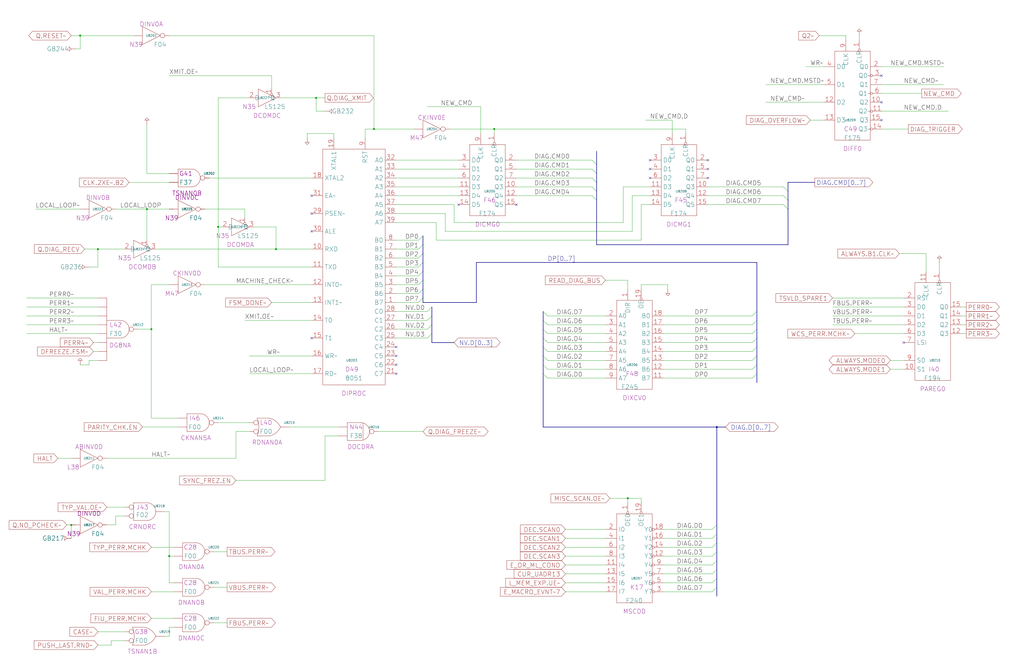
<source format=kicad_sch>
(kicad_sch (version 20230121) (generator eeschema)
  (paper "User" 584.2 378.46)
  (title_block (title "DIAGNOSTIC PROCESSOR") (date "22-MAY-90") (rev "1.0") (comment 1 "SEQUENCER") (comment 2 "232-003064") (comment 3 "S400") (comment 4 "RELEASED"))
  (junction (at 45.72 20.32))
  (junction (at 281.94 73.66))
  (junction (at 55.88 142.24))
  (junction (at 408.94 243.84))
  (junction (at 83.82 119.38))
  (junction (at 358.14 284.48))
  (junction (at 96.52 317.5))
  (junction (at 124.46 129.54))
  (junction (at 180.34 55.88))
  (junction (at 86.36 187.96))
  (junction (at 157.48 142.24))
  (junction (at 40.64 299.72))
  (junction (at 213.36 73.66))
  (no_connect (at 515.62 195.58))
  (no_connect (at 403.86 91.44))
  (no_connect (at 294.64 116.84))
  (no_connect (at 226.06 213.36))
  (no_connect (at 403.86 96.52))
  (no_connect (at 226.06 208.28))
  (no_connect (at 177.8 111.76))
  (no_connect (at 370.84 91.44))
  (no_connect (at 502.92 43.18))
  (no_connect (at 177.8 193.04))
  (no_connect (at 226.06 198.12))
  (no_connect (at 226.06 203.2))
  (no_connect (at 403.86 101.6))
  (no_connect (at 370.84 96.52))
  (no_connect (at 177.8 132.08))
  (no_connect (at 370.84 101.6))
  (no_connect (at 502.92 68.58))
  (no_connect (at 502.92 58.42))
  (no_connect (at 261.62 116.84))
  (no_connect (at 177.8 121.92))
  (bus_entry (at 408.94 335.28) (size -2.54 2.54))
  (bus_entry (at 246.38 175.26) (size -2.54 2.54))
  (bus_entry (at 241.3 144.78) (size -2.54 2.54))
  (bus_entry (at 408.94 304.8) (size -2.54 2.54))
  (bus_entry (at 408.94 309.88) (size -2.54 2.54))
  (bus_entry (at 431.8 208.28) (size -2.54 2.54))
  (bus_entry (at 337.82 91.44) (size 2.54 2.54))
  (bus_entry (at 408.94 325.12) (size -2.54 2.54))
  (bus_entry (at 431.8 203.2) (size -2.54 2.54))
  (bus_entry (at 241.3 139.7) (size -2.54 2.54))
  (bus_entry (at 241.3 149.86) (size -2.54 2.54))
  (bus_entry (at 309.88 187.96) (size 2.54 2.54))
  (bus_entry (at 246.38 190.5) (size -2.54 2.54))
  (bus_entry (at 246.38 180.34) (size -2.54 2.54))
  (bus_entry (at 447.04 116.84) (size 2.54 2.54))
  (bus_entry (at 309.88 208.28) (size 2.54 2.54))
  (bus_entry (at 337.82 106.68) (size 2.54 2.54))
  (bus_entry (at 408.94 314.96) (size -2.54 2.54))
  (bus_entry (at 241.3 154.94) (size -2.54 2.54))
  (bus_entry (at 431.8 177.8) (size -2.54 2.54))
  (bus_entry (at 309.88 198.12) (size 2.54 2.54))
  (bus_entry (at 408.94 320.04) (size -2.54 2.54))
  (bus_entry (at 431.8 187.96) (size -2.54 2.54))
  (bus_entry (at 309.88 203.2) (size 2.54 2.54))
  (bus_entry (at 241.3 170.18) (size -2.54 2.54))
  (bus_entry (at 337.82 96.52) (size 2.54 2.54))
  (bus_entry (at 337.82 111.76) (size 2.54 2.54))
  (bus_entry (at 246.38 185.42) (size -2.54 2.54))
  (bus_entry (at 309.88 213.36) (size 2.54 2.54))
  (bus_entry (at 241.3 160.02) (size -2.54 2.54))
  (bus_entry (at 408.94 299.72) (size -2.54 2.54))
  (bus_entry (at 241.3 134.62) (size -2.54 2.54))
  (bus_entry (at 431.8 193.04) (size -2.54 2.54))
  (bus_entry (at 431.8 182.88) (size -2.54 2.54))
  (bus_entry (at 309.88 182.88) (size 2.54 2.54))
  (bus_entry (at 241.3 165.1) (size -2.54 2.54))
  (bus_entry (at 337.82 101.6) (size 2.54 2.54))
  (bus_entry (at 408.94 330.2) (size -2.54 2.54))
  (bus_entry (at 309.88 193.04) (size 2.54 2.54))
  (bus_entry (at 447.04 106.68) (size 2.54 2.54))
  (bus_entry (at 431.8 198.12) (size -2.54 2.54))
  (bus_entry (at 309.88 177.8) (size 2.54 2.54))
  (bus_entry (at 431.8 213.36) (size -2.54 2.54))
  (bus_entry (at 447.04 111.76) (size 2.54 2.54))
  (wire (pts (xy 365.76 116.84) (xy 370.84 116.84)))
  (wire (pts (xy 185.42 248.92) (xy 193.04 248.92)))
  (bus (pts (xy 246.38 185.42) (xy 246.38 190.5)))
  (wire (pts (xy 391.16 73.66) (xy 391.16 76.2)))
  (wire (pts (xy 40.64 20.32) (xy 45.72 20.32)))
  (wire (pts (xy 312.42 215.9) (xy 345.44 215.9)))
  (bus (pts (xy 340.36 109.22) (xy 340.36 114.3)))
  (wire (pts (xy 226.06 152.4) (xy 238.76 152.4)))
  (wire (pts (xy 436.88 58.42) (xy 469.9 58.42)))
  (bus (pts (xy 408.94 309.88) (xy 408.94 314.96)))
  (wire (pts (xy 358.14 284.48) (xy 358.14 287.02)))
  (wire (pts (xy 154.94 50.8) (xy 154.94 43.18)))
  (wire (pts (xy 548.64 190.5) (xy 551.18 190.5)))
  (wire (pts (xy 180.34 63.5) (xy 180.34 55.88)))
  (wire (pts (xy 226.06 142.24) (xy 238.76 142.24)))
  (wire (pts (xy 294.64 91.44) (xy 337.82 91.44)))
  (wire (pts (xy 124.46 241.3) (xy 142.24 241.3)))
  (bus (pts (xy 241.3 160.02) (xy 241.3 165.1)))
  (bus (pts (xy 340.36 86.36) (xy 340.36 93.98)))
  (wire (pts (xy 259.08 116.84) (xy 259.08 127)))
  (wire (pts (xy 508 210.82) (xy 515.62 210.82)))
  (wire (pts (xy 345.44 160.02) (xy 358.14 160.02)))
  (wire (pts (xy 226.06 127) (xy 248.92 127)))
  (wire (pts (xy 312.42 180.34) (xy 345.44 180.34)))
  (bus (pts (xy 246.38 180.34) (xy 246.38 185.42)))
  (wire (pts (xy 403.86 116.84) (xy 447.04 116.84)))
  (wire (pts (xy 490.22 20.32) (xy 490.22 22.86)))
  (wire (pts (xy 482.6 20.32) (xy 482.6 22.86)))
  (bus (pts (xy 309.88 182.88) (xy 309.88 187.96)))
  (bus (pts (xy 241.3 144.78) (xy 241.3 149.86)))
  (wire (pts (xy 185.42 274.32) (xy 185.42 248.92)))
  (wire (pts (xy 294.64 106.68) (xy 337.82 106.68)))
  (wire (pts (xy 378.46 215.9) (xy 429.26 215.9)))
  (wire (pts (xy 322.58 322.58) (xy 345.44 322.58)))
  (bus (pts (xy 431.8 213.36) (xy 431.8 218.44)))
  (wire (pts (xy 124.46 129.54) (xy 124.46 152.4)))
  (bus (pts (xy 241.3 134.62) (xy 241.3 139.7)))
  (wire (pts (xy 96.52 20.32) (xy 213.36 20.32)))
  (wire (pts (xy 502.92 38.1) (xy 538.48 38.1)))
  (bus (pts (xy 449.58 114.3) (xy 449.58 119.38)))
  (bus (pts (xy 340.36 93.98) (xy 340.36 99.06)))
  (wire (pts (xy 119.38 101.6) (xy 177.8 101.6)))
  (wire (pts (xy 124.46 55.88) (xy 124.46 129.54)))
  (bus (pts (xy 431.8 149.86) (xy 431.8 177.8)))
  (wire (pts (xy 55.88 368.3) (xy 63.5 368.3)))
  (wire (pts (xy 355.6 106.68) (xy 370.84 106.68)))
  (wire (pts (xy 134.62 274.32) (xy 185.42 274.32)))
  (wire (pts (xy 508 205.74) (xy 515.62 205.74)))
  (wire (pts (xy 60.96 261.62) (xy 134.62 261.62)))
  (wire (pts (xy 134.62 261.62) (xy 134.62 246.38)))
  (wire (pts (xy 96.52 332.74) (xy 99.06 332.74)))
  (wire (pts (xy 175.26 76.2) (xy 190.5 76.2)))
  (wire (pts (xy 83.82 99.06) (xy 96.52 99.06)))
  (wire (pts (xy 312.42 190.5) (xy 345.44 190.5)))
  (bus (pts (xy 340.36 139.7) (xy 449.58 139.7)))
  (wire (pts (xy 312.42 205.74) (xy 345.44 205.74)))
  (wire (pts (xy 86.36 238.76) (xy 86.36 187.96)))
  (wire (pts (xy 381 162.56) (xy 381 165.1)))
  (wire (pts (xy 86.36 312.42) (xy 99.06 312.42)))
  (bus (pts (xy 431.8 177.8) (xy 431.8 182.88)))
  (wire (pts (xy 312.42 195.58) (xy 345.44 195.58)))
  (wire (pts (xy 360.68 132.08) (xy 360.68 111.76)))
  (wire (pts (xy 436.88 48.26) (xy 469.9 48.26)))
  (wire (pts (xy 528.32 154.94) (xy 528.32 144.78)))
  (wire (pts (xy 213.36 20.32) (xy 213.36 73.66)))
  (wire (pts (xy 116.84 119.38) (xy 139.7 119.38)))
  (wire (pts (xy 358.14 160.02) (xy 358.14 165.1)))
  (wire (pts (xy 116.84 162.56) (xy 177.8 162.56)))
  (wire (pts (xy 121.92 335.28) (xy 129.54 335.28)))
  (bus (pts (xy 408.94 243.84) (xy 414.02 243.84)))
  (wire (pts (xy 157.48 142.24) (xy 177.8 142.24)))
  (wire (pts (xy 358.14 284.48) (xy 365.76 284.48)))
  (wire (pts (xy 142.24 55.88) (xy 124.46 55.88)))
  (wire (pts (xy 73.66 104.14) (xy 96.52 104.14)))
  (wire (pts (xy 226.06 137.16) (xy 238.76 137.16)))
  (bus (pts (xy 449.58 104.14) (xy 449.58 109.22)))
  (wire (pts (xy 322.58 302.26) (xy 345.44 302.26)))
  (wire (pts (xy 548.64 180.34) (xy 551.18 180.34)))
  (wire (pts (xy 535.94 149.86) (xy 535.94 154.94)))
  (bus (pts (xy 246.38 195.58) (xy 259.08 195.58)))
  (wire (pts (xy 15.24 170.18) (xy 55.88 170.18)))
  (bus (pts (xy 408.94 335.28) (xy 408.94 340.36)))
  (wire (pts (xy 180.34 55.88) (xy 185.42 55.88)))
  (wire (pts (xy 383.54 68.58) (xy 383.54 76.2)))
  (wire (pts (xy 124.46 129.54) (xy 127 129.54)))
  (wire (pts (xy 43.18 27.94) (xy 45.72 27.94)))
  (wire (pts (xy 322.58 327.66) (xy 345.44 327.66)))
  (wire (pts (xy 459.74 38.1) (xy 469.9 38.1)))
  (wire (pts (xy 226.06 187.96) (xy 243.84 187.96)))
  (wire (pts (xy 256.54 73.66) (xy 281.94 73.66)))
  (wire (pts (xy 378.46 205.74) (xy 429.26 205.74)))
  (wire (pts (xy 365.76 162.56) (xy 381 162.56)))
  (bus (pts (xy 241.3 170.18) (xy 241.3 172.72)))
  (wire (pts (xy 83.82 71.12) (xy 83.82 99.06)))
  (bus (pts (xy 309.88 187.96) (xy 309.88 193.04)))
  (wire (pts (xy 378.46 322.58) (xy 406.4 322.58)))
  (wire (pts (xy 502.92 63.5) (xy 541.02 63.5)))
  (wire (pts (xy 66.04 119.38) (xy 83.82 119.38)))
  (bus (pts (xy 431.8 193.04) (xy 431.8 198.12)))
  (wire (pts (xy 403.86 111.76) (xy 447.04 111.76)))
  (wire (pts (xy 55.88 152.4) (xy 55.88 142.24)))
  (wire (pts (xy 38.1 299.72) (xy 40.64 299.72)))
  (wire (pts (xy 139.7 119.38) (xy 139.7 124.46)))
  (wire (pts (xy 165.1 243.84) (xy 193.04 243.84)))
  (wire (pts (xy 378.46 190.5) (xy 429.26 190.5)))
  (wire (pts (xy 226.06 111.76) (xy 261.62 111.76)))
  (wire (pts (xy 294.64 96.52) (xy 337.82 96.52)))
  (wire (pts (xy 45.72 20.32) (xy 76.2 20.32)))
  (wire (pts (xy 274.32 60.96) (xy 274.32 76.2)))
  (bus (pts (xy 241.3 172.72) (xy 271.78 172.72)))
  (wire (pts (xy 154.94 172.72) (xy 177.8 172.72)))
  (bus (pts (xy 408.94 330.2) (xy 408.94 335.28)))
  (wire (pts (xy 322.58 332.74) (xy 345.44 332.74)))
  (wire (pts (xy 365.76 165.1) (xy 365.76 162.56)))
  (wire (pts (xy 96.52 292.1) (xy 96.52 317.5)))
  (wire (pts (xy 63.5 365.76) (xy 63.5 368.3)))
  (wire (pts (xy 548.64 175.26) (xy 551.18 175.26)))
  (wire (pts (xy 226.06 177.8) (xy 243.84 177.8)))
  (wire (pts (xy 88.9 142.24) (xy 157.48 142.24)))
  (wire (pts (xy 254 132.08) (xy 360.68 132.08)))
  (bus (pts (xy 449.58 119.38) (xy 449.58 139.7)))
  (wire (pts (xy 96.52 317.5) (xy 99.06 317.5)))
  (wire (pts (xy 378.46 210.82) (xy 429.26 210.82)))
  (wire (pts (xy 226.06 121.92) (xy 254 121.92)))
  (wire (pts (xy 55.88 205.74) (xy 50.8 205.74)))
  (wire (pts (xy 71.12 294.64) (xy 66.04 294.64)))
  (wire (pts (xy 55.88 142.24) (xy 71.12 142.24)))
  (bus (pts (xy 408.94 299.72) (xy 408.94 304.8)))
  (wire (pts (xy 45.72 27.94) (xy 45.72 20.32)))
  (wire (pts (xy 213.36 73.66) (xy 236.22 73.66)))
  (wire (pts (xy 160.02 55.88) (xy 180.34 55.88)))
  (wire (pts (xy 467.36 20.32) (xy 482.6 20.32)))
  (wire (pts (xy 48.26 142.24) (xy 55.88 142.24)))
  (bus (pts (xy 340.36 99.06) (xy 340.36 104.14)))
  (bus (pts (xy 309.88 203.2) (xy 309.88 208.28)))
  (wire (pts (xy 294.64 101.6) (xy 337.82 101.6)))
  (wire (pts (xy 15.24 190.5) (xy 55.88 190.5)))
  (wire (pts (xy 243.84 60.96) (xy 274.32 60.96)))
  (wire (pts (xy 248.92 137.16) (xy 365.76 137.16)))
  (bus (pts (xy 431.8 198.12) (xy 431.8 203.2)))
  (wire (pts (xy 101.6 238.76) (xy 86.36 238.76)))
  (wire (pts (xy 355.6 127) (xy 355.6 106.68)))
  (wire (pts (xy 81.28 243.84) (xy 101.6 243.84)))
  (bus (pts (xy 246.38 175.26) (xy 246.38 180.34)))
  (wire (pts (xy 40.64 299.72) (xy 40.64 307.34)))
  (wire (pts (xy 45.72 208.28) (xy 50.8 208.28)))
  (wire (pts (xy 96.52 317.5) (xy 96.52 332.74)))
  (wire (pts (xy 378.46 327.66) (xy 406.4 327.66)))
  (bus (pts (xy 431.8 187.96) (xy 431.8 193.04)))
  (wire (pts (xy 96.52 358.14) (xy 96.52 363.22)))
  (wire (pts (xy 226.06 96.52) (xy 261.62 96.52)))
  (wire (pts (xy 226.06 147.32) (xy 238.76 147.32)))
  (bus (pts (xy 431.8 203.2) (xy 431.8 208.28)))
  (wire (pts (xy 365.76 137.16) (xy 365.76 116.84)))
  (wire (pts (xy 462.28 68.58) (xy 469.9 68.58)))
  (wire (pts (xy 226.06 106.68) (xy 261.62 106.68)))
  (wire (pts (xy 378.46 317.5) (xy 406.4 317.5)))
  (bus (pts (xy 309.88 243.84) (xy 408.94 243.84)))
  (wire (pts (xy 378.46 185.42) (xy 429.26 185.42)))
  (wire (pts (xy 142.24 203.2) (xy 177.8 203.2)))
  (wire (pts (xy 144.78 129.54) (xy 157.48 129.54)))
  (wire (pts (xy 548.64 185.42) (xy 551.18 185.42)))
  (wire (pts (xy 175.26 78.74) (xy 175.26 76.2)))
  (wire (pts (xy 474.98 180.34) (xy 515.62 180.34)))
  (wire (pts (xy 190.5 76.2) (xy 190.5 78.74)))
  (wire (pts (xy 378.46 302.26) (xy 406.4 302.26)))
  (wire (pts (xy 20.32 119.38) (xy 45.72 119.38)))
  (wire (pts (xy 378.46 332.74) (xy 406.4 332.74)))
  (wire (pts (xy 139.7 182.88) (xy 177.8 182.88)))
  (wire (pts (xy 474.98 175.26) (xy 515.62 175.26)))
  (wire (pts (xy 53.34 200.66) (xy 55.88 200.66)))
  (bus (pts (xy 408.94 304.8) (xy 408.94 309.88)))
  (wire (pts (xy 121.92 314.96) (xy 129.54 314.96)))
  (wire (pts (xy 259.08 127) (xy 355.6 127)))
  (wire (pts (xy 294.64 111.76) (xy 337.82 111.76)))
  (wire (pts (xy 226.06 167.64) (xy 238.76 167.64)))
  (wire (pts (xy 474.98 170.18) (xy 515.62 170.18)))
  (bus (pts (xy 340.36 104.14) (xy 340.36 109.22)))
  (bus (pts (xy 309.88 177.8) (xy 309.88 182.88)))
  (bus (pts (xy 241.3 165.1) (xy 241.3 170.18)))
  (wire (pts (xy 15.24 175.26) (xy 55.88 175.26)))
  (wire (pts (xy 15.24 180.34) (xy 55.88 180.34)))
  (bus (pts (xy 309.88 198.12) (xy 309.88 203.2)))
  (wire (pts (xy 347.98 284.48) (xy 358.14 284.48)))
  (wire (pts (xy 487.68 190.5) (xy 515.62 190.5)))
  (wire (pts (xy 71.12 365.76) (xy 63.5 365.76)))
  (wire (pts (xy 248.92 127) (xy 248.92 137.16)))
  (wire (pts (xy 378.46 307.34) (xy 406.4 307.34)))
  (wire (pts (xy 121.92 355.6) (xy 129.54 355.6)))
  (wire (pts (xy 208.28 78.74) (xy 208.28 73.66)))
  (wire (pts (xy 157.48 129.54) (xy 157.48 142.24)))
  (bus (pts (xy 241.3 149.86) (xy 241.3 154.94)))
  (bus (pts (xy 309.88 213.36) (xy 309.88 243.84)))
  (wire (pts (xy 83.82 119.38) (xy 96.52 119.38)))
  (wire (pts (xy 93.98 292.1) (xy 96.52 292.1)))
  (wire (pts (xy 474.98 185.42) (xy 515.62 185.42)))
  (bus (pts (xy 246.38 190.5) (xy 246.38 195.58)))
  (bus (pts (xy 408.94 320.04) (xy 408.94 325.12)))
  (wire (pts (xy 86.36 187.96) (xy 86.36 162.56)))
  (bus (pts (xy 431.8 208.28) (xy 431.8 213.36)))
  (bus (pts (xy 271.78 149.86) (xy 431.8 149.86)))
  (wire (pts (xy 99.06 358.14) (xy 96.52 358.14)))
  (bus (pts (xy 340.36 114.3) (xy 340.36 139.7)))
  (wire (pts (xy 502.92 48.26) (xy 538.48 48.26)))
  (wire (pts (xy 78.74 187.96) (xy 86.36 187.96)))
  (wire (pts (xy 50.8 152.4) (xy 55.88 152.4)))
  (wire (pts (xy 502.92 73.66) (xy 518.16 73.66)))
  (wire (pts (xy 368.3 68.58) (xy 383.54 68.58)))
  (bus (pts (xy 271.78 172.72) (xy 271.78 149.86)))
  (bus (pts (xy 309.88 193.04) (xy 309.88 198.12)))
  (wire (pts (xy 215.9 246.38) (xy 241.3 246.38)))
  (bus (pts (xy 241.3 139.7) (xy 241.3 144.78)))
  (wire (pts (xy 312.42 185.42) (xy 345.44 185.42)))
  (wire (pts (xy 60.96 289.56) (xy 71.12 289.56)))
  (wire (pts (xy 83.82 119.38) (xy 83.82 137.16)))
  (wire (pts (xy 96.52 43.18) (xy 154.94 43.18)))
  (wire (pts (xy 226.06 101.6) (xy 261.62 101.6)))
  (wire (pts (xy 208.28 73.66) (xy 213.36 73.66)))
  (wire (pts (xy 360.68 111.76) (xy 370.84 111.76)))
  (wire (pts (xy 66.04 294.64) (xy 66.04 299.72)))
  (wire (pts (xy 226.06 157.48) (xy 238.76 157.48)))
  (wire (pts (xy 403.86 106.68) (xy 447.04 106.68)))
  (wire (pts (xy 226.06 116.84) (xy 259.08 116.84)))
  (bus (pts (xy 431.8 182.88) (xy 431.8 187.96)))
  (wire (pts (xy 322.58 312.42) (xy 345.44 312.42)))
  (wire (pts (xy 378.46 180.34) (xy 429.26 180.34)))
  (bus (pts (xy 408.94 243.84) (xy 408.94 299.72)))
  (wire (pts (xy 142.24 213.36) (xy 177.8 213.36)))
  (wire (pts (xy 96.52 363.22) (xy 93.98 363.22)))
  (wire (pts (xy 378.46 195.58) (xy 429.26 195.58)))
  (wire (pts (xy 513.08 144.78) (xy 528.32 144.78)))
  (wire (pts (xy 86.36 337.82) (xy 99.06 337.82)))
  (wire (pts (xy 185.42 63.5) (xy 180.34 63.5)))
  (wire (pts (xy 60.96 299.72) (xy 66.04 299.72)))
  (bus (pts (xy 309.88 208.28) (xy 309.88 213.36)))
  (wire (pts (xy 254 121.92) (xy 254 132.08)))
  (wire (pts (xy 378.46 312.42) (xy 406.4 312.42)))
  (wire (pts (xy 226.06 162.56) (xy 238.76 162.56)))
  (wire (pts (xy 124.46 152.4) (xy 177.8 152.4)))
  (bus (pts (xy 449.58 104.14) (xy 464.82 104.14)))
  (wire (pts (xy 86.36 353.06) (xy 99.06 353.06)))
  (wire (pts (xy 33.02 261.62) (xy 40.64 261.62)))
  (wire (pts (xy 322.58 317.5) (xy 345.44 317.5)))
  (wire (pts (xy 365.76 284.48) (xy 365.76 287.02)))
  (wire (pts (xy 226.06 193.04) (xy 243.84 193.04)))
  (wire (pts (xy 226.06 182.88) (xy 243.84 182.88)))
  (bus (pts (xy 449.58 109.22) (xy 449.58 114.3)))
  (wire (pts (xy 134.62 246.38) (xy 142.24 246.38)))
  (wire (pts (xy 378.46 200.66) (xy 429.26 200.66)))
  (wire (pts (xy 55.88 360.68) (xy 71.12 360.68)))
  (wire (pts (xy 502.92 53.34) (xy 525.78 53.34)))
  (bus (pts (xy 408.94 314.96) (xy 408.94 320.04)))
  (wire (pts (xy 226.06 91.44) (xy 261.62 91.44)))
  (wire (pts (xy 86.36 162.56) (xy 96.52 162.56)))
  (wire (pts (xy 312.42 210.82) (xy 345.44 210.82)))
  (wire (pts (xy 53.34 195.58) (xy 55.88 195.58)))
  (wire (pts (xy 226.06 172.72) (xy 238.76 172.72)))
  (wire (pts (xy 322.58 337.82) (xy 345.44 337.82)))
  (wire (pts (xy 378.46 337.82) (xy 406.4 337.82)))
  (wire (pts (xy 281.94 73.66) (xy 391.16 73.66)))
  (bus (pts (xy 241.3 154.94) (xy 241.3 160.02)))
  (wire (pts (xy 312.42 200.66) (xy 345.44 200.66)))
  (wire (pts (xy 15.24 185.42) (xy 55.88 185.42)))
  (wire (pts (xy 50.8 205.74) (xy 50.8 208.28)))
  (bus (pts (xy 408.94 325.12) (xy 408.94 330.2)))
  (wire (pts (xy 322.58 307.34) (xy 345.44 307.34)))
  (wire (pts (xy 281.94 73.66) (xy 281.94 76.2)))
  (label "DP3" (at 231.14 152.4 0) (effects (font (size 2.54 2.54))))
  (label "VBUS.PERR~" (at 474.98 180.34 0) (effects (font (size 2.54 2.54))))
  (label "DIAG.D0" (at 317.5 215.9 0) (effects (font (size 2.54 2.54))))
  (label "DIAG.CMD5" (at 414.02 106.68 0) (effects (font (size 2.54 2.54))))
  (label "MACHINE_CHECK~" (at 134.62 162.56 0) (effects (font (size 2.54 2.54))))
  (label "NEW_CMD~" (at 515.62 48.26 0) (effects (font (size 2.54 2.54))))
  (label "LOCAL_LOOP~" (at 20.32 119.38 0) (effects (font (size 2.54 2.54))))
  (label "NEW_CMD.D" (at 370.84 68.58 0) (effects (font (size 2.54 2.54))))
  (label "NEW_CMD" (at 251.46 60.96 0) (effects (font (size 2.54 2.54))))
  (label "DIAG.D4" (at 386.08 322.58 0) (effects (font (size 2.54 2.54))))
  (label "DP4" (at 396.24 195.58 0) (effects (font (size 2.54 2.54))))
  (label "DIAG.D3" (at 317.5 200.66 0) (effects (font (size 2.54 2.54))))
  (label "PERR3~" (at 27.94 185.42 0) (effects (font (size 2.54 2.54))))
  (label "DIAG.D7" (at 386.08 337.82 0) (effects (font (size 2.54 2.54))))
  (label "TBUS.PERR~" (at 474.98 185.42 0) (effects (font (size 2.54 2.54))))
  (label "DP4" (at 231.14 157.48 0) (effects (font (size 2.54 2.54))))
  (label "NEW_CMD.MSTD~" (at 439.42 48.26 0) (effects (font (size 2.54 2.54))))
  (label "WR~" (at 462.28 38.1 0) (effects (font (size 2.54 2.54))))
  (label "NV.D3" (at 231.14 193.04 0) (effects (font (size 2.54 2.54))))
  (label "DIAG.D6" (at 317.5 185.42 0) (effects (font (size 2.54 2.54))))
  (label "PERR1~" (at 27.94 175.26 0) (effects (font (size 2.54 2.54))))
  (label "HALT~" (at 27.94 190.5 0) (effects (font (size 2.54 2.54))))
  (label "DP1" (at 396.24 210.82 0) (effects (font (size 2.54 2.54))))
  (label "DP5" (at 231.14 162.56 0) (effects (font (size 2.54 2.54))))
  (label "DIAG.D1" (at 386.08 307.34 0) (effects (font (size 2.54 2.54))))
  (label "NV.D0" (at 231.14 177.8 0) (effects (font (size 2.54 2.54))))
  (label "DP2" (at 231.14 147.32 0) (effects (font (size 2.54 2.54))))
  (label "LOCAL_LOOP~" (at 142.24 213.36 0) (effects (font (size 2.54 2.54))))
  (label "DP7" (at 231.14 172.72 0) (effects (font (size 2.54 2.54))))
  (label "DIAG.CMD1" (at 304.8 96.52 0) (effects (font (size 2.54 2.54))))
  (label "DIAG.D2" (at 317.5 205.74 0) (effects (font (size 2.54 2.54))))
  (label "DP7" (at 396.24 180.34 0) (effects (font (size 2.54 2.54))))
  (label "WR~" (at 152.4 203.2 0) (effects (font (size 2.54 2.54))))
  (label "DIAG.CMD4" (at 304.8 111.76 0) (effects (font (size 2.54 2.54))))
  (label "DP6" (at 231.14 167.64 0) (effects (font (size 2.54 2.54))))
  (label "LOCAL_LOOP" (at 68.58 119.38 0) (effects (font (size 2.54 2.54))))
  (label "DP2" (at 396.24 205.74 0) (effects (font (size 2.54 2.54))))
  (label "DIAG.D0" (at 386.08 302.26 0) (effects (font (size 2.54 2.54))))
  (label "DP1" (at 231.14 142.24 0) (effects (font (size 2.54 2.54))))
  (label "DIAG.D2" (at 386.08 312.42 0) (effects (font (size 2.54 2.54))))
  (label "DIAG.CMD6" (at 414.02 111.76 0) (effects (font (size 2.54 2.54))))
  (label "NEW_CMD.D" (at 515.62 63.5 0) (effects (font (size 2.54 2.54))))
  (label "PERR2~" (at 27.94 180.34 0) (effects (font (size 2.54 2.54))))
  (label "DIAG.D5" (at 317.5 190.5 0) (effects (font (size 2.54 2.54))))
  (label "DIAG.D3" (at 386.08 317.5 0) (effects (font (size 2.54 2.54))))
  (label "DIAG.D1" (at 317.5 210.82 0) (effects (font (size 2.54 2.54))))
  (label "NV.D2" (at 231.14 187.96 0) (effects (font (size 2.54 2.54))))
  (label "NV.D1" (at 231.14 182.88 0) (effects (font (size 2.54 2.54))))
  (label "DIAG.D7" (at 317.5 180.34 0) (effects (font (size 2.54 2.54))))
  (label "XMIT.OE~" (at 139.7 182.88 0) (effects (font (size 2.54 2.54))))
  (label "DP[0..7]" (at 312.42 149.86 0) (effects (font (size 2.54 2.54))))
  (label "DP5" (at 396.24 190.5 0) (effects (font (size 2.54 2.54))))
  (label "DIAG.CMD0" (at 304.8 91.44 0) (effects (font (size 2.54 2.54))))
  (label "DIAG.CMD7" (at 414.02 116.84 0) (effects (font (size 2.54 2.54))))
  (label "DIAG.D4" (at 317.5 195.58 0) (effects (font (size 2.54 2.54))))
  (label "NEW_CMD~" (at 439.42 58.42 0) (effects (font (size 2.54 2.54))))
  (label "PERR0~" (at 27.94 170.18 0) (effects (font (size 2.54 2.54))))
  (label "NEW_CMD.MSTD~" (at 508 38.1 0) (effects (font (size 2.54 2.54))))
  (label "DP0" (at 396.24 215.9 0) (effects (font (size 2.54 2.54))))
  (label "DIAG.CMD3" (at 304.8 106.68 0) (effects (font (size 2.54 2.54))))
  (label "DIAG.D6" (at 386.08 332.74 0) (effects (font (size 2.54 2.54))))
  (label "DP0" (at 231.14 137.16 0) (effects (font (size 2.54 2.54))))
  (label "DP6" (at 396.24 185.42 0) (effects (font (size 2.54 2.54))))
  (label "DP3" (at 396.24 200.66 0) (effects (font (size 2.54 2.54))))
  (label "DIAG.D5" (at 386.08 327.66 0) (effects (font (size 2.54 2.54))))
  (label "XMIT.OE~" (at 96.52 43.18 0) (effects (font (size 2.54 2.54))))
  (label "HALT~" (at 86.36 261.62 0) (effects (font (size 2.54 2.54))))
  (label "FBUS.PERR~" (at 474.98 175.26 0) (effects (font (size 2.54 2.54))))
  (label "DIAG.CMD2" (at 304.8 101.6 0) (effects (font (size 2.54 2.54))))
  (global_label "FIU_PERR.MCHK" (shape input) (at 86.36 353.06 180) (effects (font (size 2.54 2.54))) (property "Intersheetrefs" "${INTERSHEET_REFS}" (at 51.7797 352.9013 0) (effects (font (size 1.905 1.905)) (justify right))))
  (global_label "PERR0~" (shape output) (at 551.18 175.26 0) (effects (font (size 2.54 2.54))) (property "Intersheetrefs" "${INTERSHEET_REFS}" (at 570.1574 175.1013 0) (effects (font (size 1.905 1.905)) (justify left))))
  (global_label "DEC.SCAN2" (shape input) (at 322.58 312.42 180) (effects (font (size 2.54 2.54))) (property "Intersheetrefs" "${INTERSHEET_REFS}" (at 296.9502 312.2613 0) (effects (font (size 1.905 1.905)) (justify right))))
  (global_label "DEC.SCAN1" (shape input) (at 322.58 307.34 180) (effects (font (size 2.54 2.54))) (property "Intersheetrefs" "${INTERSHEET_REFS}" (at 296.9502 307.1813 0) (effects (font (size 1.905 1.905)) (justify right))))
  (global_label "ALWAYS.MODE0" (shape bidirectional) (at 508 205.74 180) (effects (font (size 2.54 2.54))) (property "Intersheetrefs" "${INTERSHEET_REFS}" (at 475.234 205.5813 0) (effects (font (size 1.905 1.905)) (justify right))))
  (global_label "DEC.SCAN3" (shape input) (at 322.58 317.5 180) (effects (font (size 2.54 2.54))) (property "Intersheetrefs" "${INTERSHEET_REFS}" (at 296.9502 317.3413 0) (effects (font (size 1.905 1.905)) (justify right))))
  (global_label "Q.DIAG_XMIT" (shape output) (at 185.42 55.88 0) (effects (font (size 2.54 2.54))) (property "Intersheetrefs" "${INTERSHEET_REFS}" (at 213.366 55.7213 0) (effects (font (size 1.905 1.905)) (justify left))))
  (global_label "Q.DIAG_FREEZE~" (shape bidirectional) (at 241.3 246.38 0) (effects (font (size 2.54 2.54))) (property "Intersheetrefs" "${INTERSHEET_REFS}" (at 276.2431 246.2213 0) (effects (font (size 1.905 1.905)) (justify left))))
  (global_label "PARITY_CHK.EN" (shape input) (at 81.28 243.84 180) (effects (font (size 2.54 2.54))) (property "Intersheetrefs" "${INTERSHEET_REFS}" (at 48.0302 243.6813 0) (effects (font (size 1.905 1.905)) (justify right))))
  (global_label "TSVLD_SPARE1" (shape input) (at 474.98 170.18 180) (effects (font (size 2.54 2.54))) (property "Intersheetrefs" "${INTERSHEET_REFS}" (at 442.6978 170.0213 0) (effects (font (size 1.905 1.905)) (justify right))))
  (global_label "Q2~" (shape input) (at 467.36 20.32 180) (effects (font (size 2.54 2.54))) (property "Intersheetrefs" "${INTERSHEET_REFS}" (at 455.6397 20.1613 0) (effects (font (size 1.905 1.905)) (justify right))))
  (global_label "CASE~" (shape input) (at 55.88 360.68 180) (effects (font (size 2.54 2.54))) (property "Intersheetrefs" "${INTERSHEET_REFS}" (at 39.8054 360.5213 0) (effects (font (size 1.905 1.905)) (justify right))))
  (global_label "SYNC_FREZ.EN" (shape input) (at 134.62 274.32 180) (effects (font (size 2.54 2.54))) (property "Intersheetrefs" "${INTERSHEET_REFS}" (at 102.4588 274.1613 0) (effects (font (size 1.905 1.905)) (justify right))))
  (global_label "READ_DIAG_BUS" (shape input) (at 345.44 160.02 180) (effects (font (size 2.54 2.54))) (property "Intersheetrefs" "${INTERSHEET_REFS}" (at 311.1016 159.8613 0) (effects (font (size 1.905 1.905)) (justify right))))
  (global_label "PERR3~" (shape output) (at 551.18 190.5 0) (effects (font (size 2.54 2.54))) (property "Intersheetrefs" "${INTERSHEET_REFS}" (at 570.1574 190.3413 0) (effects (font (size 1.905 1.905)) (justify left))))
  (global_label "DIAG_TRIGGER" (shape output) (at 518.16 73.66 0) (effects (font (size 2.54 2.54))) (property "Intersheetrefs" "${INTERSHEET_REFS}" (at 548.9908 73.5013 0) (effects (font (size 1.905 1.905)) (justify left))))
  (global_label "Q.DIAG_RECV" (shape input) (at 48.26 142.24 180) (effects (font (size 2.54 2.54))) (property "Intersheetrefs" "${INTERSHEET_REFS}" (at 19.2254 142.0813 0) (effects (font (size 1.905 1.905)) (justify right))))
  (global_label "DIAG.CMD[0..7]" (shape output) (at 464.82 104.14 0) (effects (font (size 2.54 2.54))) (property "Intersheetrefs" "${INTERSHEET_REFS}" (at 497.9489 103.9813 0) (effects (font (size 1.905 1.905)) (justify left))))
  (global_label "VAL_PERR.MCHK" (shape input) (at 86.36 337.82 180) (effects (font (size 2.54 2.54))) (property "Intersheetrefs" "${INTERSHEET_REFS}" (at 51.4169 337.6613 0) (effects (font (size 1.905 1.905)) (justify right))))
  (global_label "PERR1~" (shape output) (at 551.18 180.34 0) (effects (font (size 2.54 2.54))) (property "Intersheetrefs" "${INTERSHEET_REFS}" (at 570.1574 180.1813 0) (effects (font (size 1.905 1.905)) (justify left))))
  (global_label "HALT" (shape input) (at 33.02 261.62 180) (effects (font (size 2.54 2.54))) (property "Intersheetrefs" "${INTERSHEET_REFS}" (at 19.3645 261.4613 0) (effects (font (size 1.905 1.905)) (justify right))))
  (global_label "NEW_CMD" (shape output) (at 525.78 53.34 0) (effects (font (size 2.54 2.54))) (property "Intersheetrefs" "${INTERSHEET_REFS}" (at 548.386 53.1813 0) (effects (font (size 1.905 1.905)) (justify left))))
  (global_label "PERR2~" (shape output) (at 551.18 185.42 0) (effects (font (size 2.54 2.54))) (property "Intersheetrefs" "${INTERSHEET_REFS}" (at 570.1574 185.2613 0) (effects (font (size 1.905 1.905)) (justify left))))
  (global_label "Q.NO_PCHECK~" (shape input) (at 38.1 299.72 180) (effects (font (size 2.54 2.54))) (property "Intersheetrefs" "${INTERSHEET_REFS}" (at 5.213 299.5613 0) (effects (font (size 1.905 1.905)) (justify right))))
  (global_label "FSM_DONE~" (shape input) (at 154.94 172.72 180) (effects (font (size 2.54 2.54))) (property "Intersheetrefs" "${INTERSHEET_REFS}" (at 128.7054 172.5613 0) (effects (font (size 1.905 1.905)) (justify right))))
  (global_label "DEC.SCAN0" (shape input) (at 322.58 302.26 180) (effects (font (size 2.54 2.54))) (property "Intersheetrefs" "${INTERSHEET_REFS}" (at 296.9502 302.1013 0) (effects (font (size 1.905 1.905)) (justify right))))
  (global_label "DFREEZE.FSM~" (shape input) (at 53.34 200.66 180) (effects (font (size 2.54 2.54))) (property "Intersheetrefs" "${INTERSHEET_REFS}" (at 21.4207 200.5013 0) (effects (font (size 1.905 1.905)) (justify right))))
  (global_label "FBUS.PERR~" (shape output) (at 129.54 355.6 0) (effects (font (size 2.54 2.54))) (property "Intersheetrefs" "${INTERSHEET_REFS}" (at 157.105 355.4413 0) (effects (font (size 1.905 1.905)) (justify left))))
  (global_label "ALWAYS.MODE1" (shape bidirectional) (at 508 210.82 180) (effects (font (size 2.54 2.54))) (property "Intersheetrefs" "${INTERSHEET_REFS}" (at 475.234 210.6613 0) (effects (font (size 1.905 1.905)) (justify right))))
  (global_label "L_MEM_EXP.UE~" (shape input) (at 322.58 332.74 180) (effects (font (size 2.54 2.54))) (property "Intersheetrefs" "${INTERSHEET_REFS}" (at 288.4835 332.5813 0) (effects (font (size 1.905 1.905)) (justify right))))
  (global_label "VBUS.PERR~" (shape output) (at 129.54 335.28 0) (effects (font (size 2.54 2.54))) (property "Intersheetrefs" "${INTERSHEET_REFS}" (at 157.105 335.1213 0) (effects (font (size 1.905 1.905)) (justify left))))
  (global_label "PUSH_LAST.RND~" (shape input) (at 55.88 368.3 180) (effects (font (size 2.54 2.54))) (property "Intersheetrefs" "${INTERSHEET_REFS}" (at 19.4854 368.1413 0) (effects (font (size 1.905 1.905)) (justify right))))
  (global_label "MISC_SCAN.OE~" (shape input) (at 347.98 284.48 180) (effects (font (size 2.54 2.54))) (property "Intersheetrefs" "${INTERSHEET_REFS}" (at 314.3673 284.3213 0) (effects (font (size 1.905 1.905)) (justify right))))
  (global_label "NV.D[0..3]" (shape bidirectional) (at 259.08 195.58 0) (effects (font (size 2.54 2.54))) (property "Intersheetrefs" "${INTERSHEET_REFS}" (at 283.1374 195.4213 0) (effects (font (size 1.905 1.905)) (justify left))))
  (global_label "Q.RESET~" (shape bidirectional) (at 40.64 20.32 180) (effects (font (size 2.54 2.54))) (property "Intersheetrefs" "${INTERSHEET_REFS}" (at 18.6388 20.1613 0) (effects (font (size 1.905 1.905)) (justify right))))
  (global_label "E_OR_ML_COND" (shape input) (at 322.58 322.58 180) (effects (font (size 2.54 2.54))) (property "Intersheetrefs" "${INTERSHEET_REFS}" (at 289.0883 322.4213 0) (effects (font (size 1.905 1.905)) (justify right))))
  (global_label "DIAG_OVERFLOW~" (shape input) (at 462.28 68.58 180) (effects (font (size 2.54 2.54))) (property "Intersheetrefs" "${INTERSHEET_REFS}" (at 425.7645 68.4213 0) (effects (font (size 1.905 1.905)) (justify right))))
  (global_label "CUR_UADR13" (shape input) (at 322.58 327.66 180) (effects (font (size 2.54 2.54))) (property "Intersheetrefs" "${INTERSHEET_REFS}" (at 293.3216 327.5013 0) (effects (font (size 1.905 1.905)) (justify right))))
  (global_label "CLK.2XE~.B2" (shape input) (at 73.66 104.14 180) (effects (font (size 2.54 2.54))) (property "Intersheetrefs" "${INTERSHEET_REFS}" (at 45.3692 103.9813 0) (effects (font (size 1.905 1.905)) (justify right))))
  (global_label "TYP_VAL.OE~" (shape input) (at 60.96 289.56 180) (effects (font (size 2.54 2.54))) (property "Intersheetrefs" "${INTERSHEET_REFS}" (at 33.153 289.4013 0) (effects (font (size 1.905 1.905)) (justify right))))
  (global_label "PERR4~" (shape input) (at 53.34 195.58 180) (effects (font (size 2.54 2.54))) (property "Intersheetrefs" "${INTERSHEET_REFS}" (at 34.3626 195.4213 0) (effects (font (size 1.905 1.905)) (justify right))))
  (global_label "E_MACRO_EVNT~7" (shape input) (at 322.58 337.82 180) (effects (font (size 2.54 2.54))) (property "Intersheetrefs" "${INTERSHEET_REFS}" (at 285.4597 337.6613 0) (effects (font (size 1.905 1.905)) (justify right))))
  (global_label "ALWAYS.B1.CLK~" (shape input) (at 513.08 144.78 180) (effects (font (size 2.54 2.54))) (property "Intersheetrefs" "${INTERSHEET_REFS}" (at 478.0159 144.6213 0) (effects (font (size 1.905 1.905)) (justify right))))
  (global_label "TBUS.PERR~" (shape output) (at 129.54 314.96 0) (effects (font (size 2.54 2.54))) (property "Intersheetrefs" "${INTERSHEET_REFS}" (at 156.8631 314.8013 0) (effects (font (size 1.905 1.905)) (justify left))))
  (global_label "WCS_PERR.MCHK~" (shape input) (at 487.68 190.5 180) (effects (font (size 2.54 2.54))) (property "Intersheetrefs" "${INTERSHEET_REFS}" (at 449.4711 190.3413 0) (effects (font (size 1.905 1.905)) (justify right))))
  (global_label "DIAG.D[0..7]" (shape bidirectional) (at 414.02 243.84 0) (effects (font (size 2.54 2.54))) (property "Intersheetrefs" "${INTERSHEET_REFS}" (at 441.706 243.6813 0) (effects (font (size 1.905 1.905)) (justify left))))
  (global_label "TYP_PERR.MCHK" (shape input) (at 86.36 312.42 180) (effects (font (size 2.54 2.54))) (property "Intersheetrefs" "${INTERSHEET_REFS}" (at 51.175 312.2613 0) (effects (font (size 1.905 1.905)) (justify right))))
  (symbol (lib_id "r1000:LS125") (at 78.74 142.24 0) (unit 1)
    (property "Reference" "U8224" (at 79.375 142.24 0))
    (property "Value" "LS125" (at 85.725 147.32 0) (effects (font (size 2.54 2.54))))
    (property "Location" "N35" (at 71.12 147.32 0) (effects (font (size 2.54 2.54))))
    (property "Name" "DCOMDB" (at 81.28 152.4 0) (effects (font (size 2.54 2.54))))
  )
  (symbol (lib_id "r1000:F30") (at 63.5 187.96 0) (unit 1)
    (property "Reference" "U8212" (at 78.74 185.42 0))
    (property "Value" "F30" (at 66.04 190.5 0) (effects (font (size 2.54 2.54))))
    (property "Location" "L42" (at 66.04 185.42 0) (effects (font (size 2.54 2.54))))
    (property "Name" "DG8NA" (at 68.58 198.58 0) (effects (font (size 2.54 2.54)) (justify bottom)))
  )
  (symbol (lib_id "r1000:F245") (at 358.14 213.36 0) (unit 1)
    (property "Reference" "U8206" (at 360.68 208.28 0))
    (property "Value" "F245" (at 354.33 220.98 0) (effects (font (size 2.54 2.54)) (justify left)))
    (property "Location" "F48" (at 356.87 213.36 0) (effects (font (size 2.54 2.54)) (justify left)))
    (property "Name" "DIXCV0" (at 361.95 228.6 0) (effects (font (size 2.54 2.54)) (justify bottom)))
  )
  (symbol (lib_id "r1000:F04") (at 50.8 261.62 0) (unit 1)
    (property "Reference" "U8211" (at 50.8 261.62 0))
    (property "Value" "F04" (at 52.07 266.7 0) (effects (font (size 2.54 2.54)) (justify left)))
    (property "Location" "L38" (at 38.1 266.7 0) (effects (font (size 2.54 2.54)) (justify left)))
    (property "Name" "ABINV0D" (at 50.8 256.54 0) (effects (font (size 2.54 2.54)) (justify bottom)))
  )
  (symbol (lib_id "r1000:PU") (at 83.82 71.12 0) (unit 1)
    (property "Reference" "#PWR0101" (effects hide))
    (property "Value" "PU" (effects hide))
  )
  (symbol (lib_id "r1000:F194") (at 530.86 210.82 0) (unit 1)
    (property "Reference" "U8210" (at 533.4 205.74 0))
    (property "Value" "F194" (at 527.05 215.9 0) (effects (font (size 2.54 2.54)) (justify left)))
    (property "Location" "I40" (at 529.59 210.82 0) (effects (font (size 2.54 2.54)) (justify left)))
    (property "Name" "PAREG0" (at 532.13 223.52 0) (effects (font (size 2.54 2.54)) (justify bottom)))
  )
  (symbol (lib_id "r1000:PU") (at 45.72 208.28 0) (unit 1)
    (property "Reference" "#PWR0119" (effects hide))
    (property "Value" "PU" (effects hide))
  )
  (symbol (lib_id "r1000:8051") (at 198.12 210.82 0) (unit 1)
    (property "Reference" "U8203" (at 200.66 205.74 0))
    (property "Value" "8051" (at 196.85 215.9 0) (effects (font (size 2.54 2.54)) (justify left)))
    (property "Location" "D49" (at 196.85 210.82 0) (effects (font (size 2.54 2.54)) (justify left)))
    (property "Name" "DIPROC" (at 201.93 226.06 0) (effects (font (size 2.54 2.54)) (justify bottom)))
  )
  (symbol (lib_id "r1000:F00") (at 109.22 238.76 0) (unit 1)
    (property "Reference" "U8214" (at 124.46 238.76 0))
    (property "Value" "F00" (at 111.125 243.84 0) (effects (font (size 2.54 2.54))))
    (property "Location" "I46" (at 111.125 238.76 0) (effects (font (size 2.54 2.54))))
    (property "Name" "CKNAN5A" (at 111.76 251.46 0) (effects (font (size 2.54 2.54)) (justify bottom)))
  )
  (symbol (lib_id "r1000:PD") (at 381 165.1 0) (unit 1) (in_bom no)
    (property "Reference" "#PWR0103" (effects hide))
    (property "Value" "PD" (effects hide))
  )
  (symbol (lib_id "r1000:PD") (at 175.26 78.74 0) (unit 1) (in_bom no)
    (property "Reference" "#PWR0102" (effects hide))
    (property "Value" "PD" (effects hide))
  )
  (symbol (lib_id "r1000:F04") (at 50.8 299.72 0) (unit 1)
    (property "Reference" "U8217" (at 50.8 299.72 0))
    (property "Value" "F04" (at 52.07 304.8 0) (effects (font (size 2.54 2.54)) (justify left)))
    (property "Location" "N39" (at 38.1 304.8 0) (effects (font (size 2.54 2.54)) (justify left)))
    (property "Name" "DINV0D" (at 50.8 294.64 0) (effects (font (size 2.54 2.54)) (justify bottom)))
  )
  (symbol (lib_id "r1000:LS125") (at 149.86 55.88 0) (unit 1)
    (property "Reference" "U8227" (at 150.495 55.88 0))
    (property "Value" "LS125" (at 156.845 60.96 0) (effects (font (size 2.54 2.54))))
    (property "Location" "N35" (at 142.24 60.96 0) (effects (font (size 2.54 2.54))))
    (property "Name" "DCOMDC" (at 152.4 66.04 0) (effects (font (size 2.54 2.54))))
  )
  (symbol (lib_id "r1000:F174") (at 386.08 114.3 0) (unit 1)
    (property "Reference" "U8208" (at 388.62 109.22 0))
    (property "Value" "F174" (at 382.27 121.92 0) (effects (font (size 2.54 2.54)) (justify left)))
    (property "Location" "F45" (at 384.81 114.3 0) (effects (font (size 2.54 2.54)) (justify left)))
    (property "Name" "DICMG1" (at 387.35 129.54 0) (effects (font (size 2.54 2.54)) (justify bottom)))
  )
  (symbol (lib_id "r1000:F04") (at 106.68 119.38 0) (unit 1)
    (property "Reference" "U8225" (at 106.68 119.38 0))
    (property "Value" "F04" (at 107.95 124.46 0) (effects (font (size 2.54 2.54)) (justify left)))
    (property "Location" "N39" (at 93.98 124.46 0) (effects (font (size 2.54 2.54)) (justify left)))
    (property "Name" "DINV0C" (at 106.68 114.3 0) (effects (font (size 2.54 2.54)) (justify bottom)))
  )
  (symbol (lib_id "r1000:F02") (at 78.74 289.56 0) (unit 1) (convert 2)
    (property "Reference" "U8218" (at 90.9 288.925 0))
    (property "Value" "F02" (at 77.47 294.005 0) (effects (font (size 2.54 2.54)) (justify left)))
    (property "Location" "J43" (at 81.28 289.56 0) (effects (font (size 2.54 2.54))))
    (property "Name" "CRNORC" (at 81.28 302.26 0) (effects (font (size 2.54 2.54)) (justify bottom)))
  )
  (symbol (lib_id "r1000:PU") (at 535.94 149.86 0) (unit 1)
    (property "Reference" "#PWR0118" (effects hide))
    (property "Value" "PU" (effects hide))
  )
  (symbol (lib_id "r1000:F174") (at 276.86 114.3 0) (unit 1)
    (property "Reference" "U8205" (at 279.4 109.22 0))
    (property "Value" "F174" (at 273.05 121.92 0) (effects (font (size 2.54 2.54)) (justify left)))
    (property "Location" "F46" (at 275.59 114.3 0) (effects (font (size 2.54 2.54)) (justify left)))
    (property "Name" "DICMG0" (at 278.13 129.54 0) (effects (font (size 2.54 2.54)) (justify bottom)))
  )
  (symbol (lib_id "r1000:GB") (at 40.64 307.34 0) (mirror y) (unit 1)
    (property "Reference" "GB217" (at 36.83 307.34 0) (effects (font (size 2.54 2.54)) (justify left)))
    (property "Value" "GB" (effects hide))
  )
  (symbol (lib_id "r1000:F37") (at 104.14 99.06 0) (unit 1)
    (property "Reference" "U8202" (at 119.38 99.06 0))
    (property "Value" "F37" (at 106.045 104.14 0) (effects (font (size 2.54 2.54))))
    (property "Location" "G41" (at 106.045 99.06 0) (effects (font (size 2.54 2.54))))
    (property "Name" "TSNAN0B" (at 106.68 111.76 0) (effects (font (size 2.54 2.54)) (justify bottom)))
  )
  (symbol (lib_id "r1000:F175") (at 482.6 73.66 0) (unit 1)
    (property "Reference" "U8209" (at 485.14 68.58 0))
    (property "Value" "F175" (at 481.33 78.74 0) (effects (font (size 2.54 2.54)) (justify left)))
    (property "Location" "C49" (at 481.33 73.66 0) (effects (font (size 2.54 2.54)) (justify left)))
    (property "Name" "DIFF0" (at 486.41 86.36 0) (effects (font (size 2.54 2.54)) (justify bottom)))
  )
  (symbol (lib_id "r1000:F00") (at 106.68 312.42 0) (unit 1)
    (property "Reference" "U8220" (at 121.92 312.42 0))
    (property "Value" "F00" (at 108.585 317.5 0) (effects (font (size 2.54 2.54))))
    (property "Location" "C28" (at 108.585 312.42 0) (effects (font (size 2.54 2.54))))
    (property "Name" "DNAN0A" (at 109.22 325.12 0) (effects (font (size 2.54 2.54)) (justify bottom)))
  )
  (symbol (lib_id "r1000:F00") (at 149.86 241.3 0) (unit 1) (convert 2)
    (property "Reference" "U8215" (at 165.1 241.3 0))
    (property "Value" "F00" (at 151.765 246.38 0) (effects (font (size 2.54 2.54))))
    (property "Location" "L40" (at 151.765 241.3 0) (effects (font (size 2.54 2.54))))
    (property "Name" "RDNAN0A" (at 152.4 254 0) (effects (font (size 2.54 2.54)) (justify bottom)))
  )
  (symbol (lib_id "r1000:F04") (at 55.88 119.38 0) (unit 1)
    (property "Reference" "U8223" (at 55.88 119.38 0))
    (property "Value" "F04" (at 57.15 124.46 0) (effects (font (size 2.54 2.54)) (justify left)))
    (property "Location" "N39" (at 43.18 124.46 0) (effects (font (size 2.54 2.54)) (justify left)))
    (property "Name" "DINV0B" (at 55.88 114.3 0) (effects (font (size 2.54 2.54)) (justify bottom)))
  )
  (symbol (lib_id "r1000:F240") (at 360.68 335.28 0) (unit 1)
    (property "Reference" "U8207" (at 363.22 330.2 0))
    (property "Value" "F240" (at 356.87 342.9 0) (effects (font (size 2.54 2.54)) (justify left)))
    (property "Location" "K17" (at 359.41 335.28 0) (effects (font (size 2.54 2.54)) (justify left)))
    (property "Name" "MSCDD" (at 361.95 350.52 0) (effects (font (size 2.54 2.54)) (justify bottom)))
  )
  (symbol (lib_id "r1000:F00") (at 106.68 353.06 0) (unit 1)
    (property "Reference" "U8222" (at 121.92 353.06 0))
    (property "Value" "F00" (at 108.585 358.14 0) (effects (font (size 2.54 2.54))))
    (property "Location" "C28" (at 108.585 353.06 0) (effects (font (size 2.54 2.54))))
    (property "Name" "DNAN0C" (at 109.22 365.76 0) (effects (font (size 2.54 2.54)) (justify bottom)))
  )
  (symbol (lib_id "r1000:GB") (at 43.18 27.94 0) (mirror y) (unit 1)
    (property "Reference" "GB244" (at 39.37 27.94 0) (effects (font (size 2.54 2.54)) (justify left)))
    (property "Value" "GB" (effects hide))
  )
  (symbol (lib_id "r1000:F04") (at 86.36 20.32 0) (unit 1)
    (property "Reference" "U8201" (at 86.36 20.32 0))
    (property "Value" "F04" (at 87.63 25.4 0) (effects (font (size 2.54 2.54)) (justify left)))
    (property "Location" "N39" (at 73.66 25.4 0) (effects (font (size 2.54 2.54)) (justify left)))
    (property "Name" "DINV0A" (at 86.36 15.24 0) (effects (font (size 2.54 2.54)) (justify bottom)))
  )
  (symbol (lib_id "r1000:PU") (at 490.22 20.32 0) (unit 1)
    (property "Reference" "#PWR0117" (effects hide))
    (property "Value" "PU" (effects hide))
  )
  (symbol (lib_id "r1000:F04") (at 246.38 73.66 0) (unit 1)
    (property "Reference" "U8204" (at 246.38 73.66 0))
    (property "Value" "F04" (at 247.65 78.74 0) (effects (font (size 2.54 2.54)) (justify left)))
    (property "Location" "M47" (at 233.68 78.74 0) (effects (font (size 2.54 2.54)) (justify left)))
    (property "Name" "CKINV0E" (at 246.38 68.58 0) (effects (font (size 2.54 2.54)) (justify bottom)))
  )
  (symbol (lib_id "r1000:LS125") (at 134.62 129.54 0) (unit 1)
    (property "Reference" "U8226" (at 135.255 129.54 0))
    (property "Value" "LS125" (at 141.605 134.62 0) (effects (font (size 2.54 2.54))))
    (property "Location" "N35" (at 127 134.62 0) (effects (font (size 2.54 2.54))))
    (property "Name" "DCOMDA" (at 137.16 139.7 0) (effects (font (size 2.54 2.54))))
  )
  (symbol (lib_id "r1000:GB") (at 50.8 152.4 0) (mirror y) (unit 1)
    (property "Reference" "GB236" (at 46.99 152.4 0) (effects (font (size 2.54 2.54)) (justify left)))
    (property "Value" "GB" (effects hide))
  )
  (symbol (lib_id "r1000:F00") (at 78.74 360.68 0) (unit 1) (convert 2)
    (property "Reference" "U8219" (at 93.98 360.68 0))
    (property "Value" "F00" (at 80.645 365.76 0) (effects (font (size 2.54 2.54))))
    (property "Location" "G38" (at 80.645 360.68 0) (effects (font (size 2.54 2.54))))
    (property "Name" "TSNAN1B" (at 81.28 373.38 0) (effects (font (size 2.54 2.54)) (justify bottom)))
  )
  (symbol (lib_id "r1000:GB") (at 185.42 63.5 0) (unit 1)
    (property "Reference" "GB232" (at 189.23 63.5 0) (effects (font (size 2.54 2.54)) (justify left)))
    (property "Value" "GB" (effects hide))
  )
  (symbol (lib_id "r1000:F04") (at 106.68 162.56 0) (unit 1)
    (property "Reference" "U8213" (at 106.68 162.56 0))
    (property "Value" "F04" (at 107.95 167.64 0) (effects (font (size 2.54 2.54)) (justify left)))
    (property "Location" "M47" (at 93.98 167.64 0) (effects (font (size 2.54 2.54)) (justify left)))
    (property "Name" "CKINV0D" (at 106.68 157.48 0) (effects (font (size 2.54 2.54)) (justify bottom)))
  )
  (symbol (lib_id "r1000:F00") (at 106.68 332.74 0) (unit 1)
    (property "Reference" "U8221" (at 121.92 332.74 0))
    (property "Value" "F00" (at 108.585 337.82 0) (effects (font (size 2.54 2.54))))
    (property "Location" "C28" (at 108.585 332.74 0) (effects (font (size 2.54 2.54))))
    (property "Name" "DNAN0B" (at 109.22 345.44 0) (effects (font (size 2.54 2.54)) (justify bottom)))
  )
  (symbol (lib_id "r1000:F38") (at 200.66 246.38 0) (unit 1)
    (property "Reference" "U8216" (at 213.36 243.84 0))
    (property "Value" "F38" (at 203.2 248.92 0) (effects (font (size 2.54 2.54))))
    (property "Location" "N44" (at 203.2 243.84 0) (effects (font (size 2.54 2.54))))
    (property "Name" "DOCDRA" (at 205.74 256.54 0) (effects (font (size 2.54 2.54)) (justify bottom)))
  )
)
</source>
